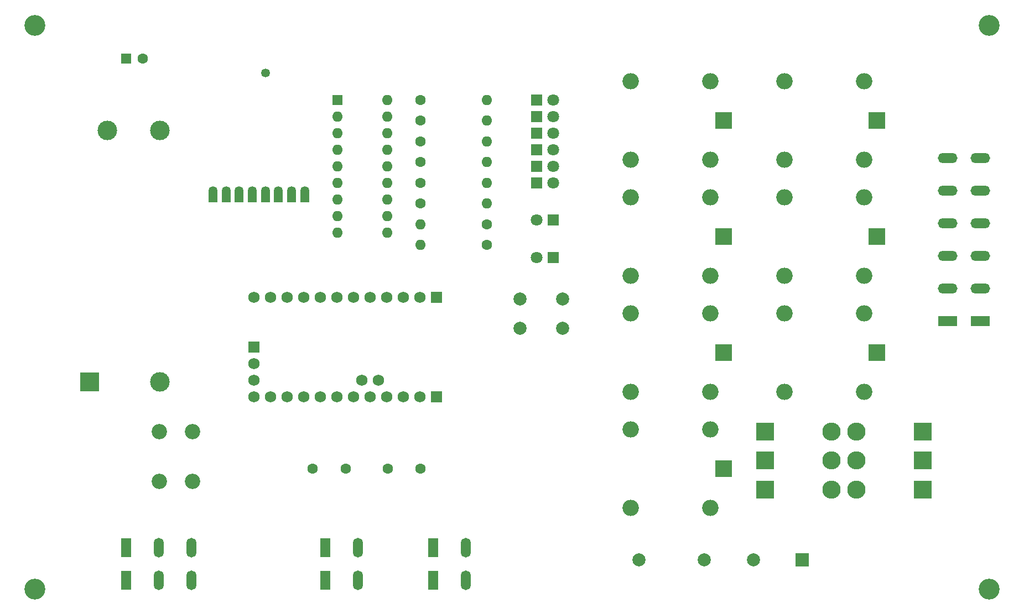
<source format=gbr>
%TF.GenerationSoftware,KiCad,Pcbnew,(5.1.9)-1*%
%TF.CreationDate,2021-04-04T13:29:14+02:00*%
%TF.ProjectId,Rollosteuerung,526f6c6c-6f73-4746-9575-6572756e672e,1.0*%
%TF.SameCoordinates,Original*%
%TF.FileFunction,Soldermask,Top*%
%TF.FilePolarity,Negative*%
%FSLAX46Y46*%
G04 Gerber Fmt 4.6, Leading zero omitted, Abs format (unit mm)*
G04 Created by KiCad (PCBNEW (5.1.9)-1) date 2021-04-04 13:29:14*
%MOMM*%
%LPD*%
G01*
G04 APERTURE LIST*
%ADD10O,2.500000X2.500000*%
%ADD11R,2.500000X2.500000*%
%ADD12C,1.600000*%
%ADD13O,1.600000X1.600000*%
%ADD14C,1.727200*%
%ADD15R,1.727200X1.727200*%
%ADD16R,1.800000X1.800000*%
%ADD17C,1.800000*%
%ADD18R,1.600000X1.600000*%
%ADD19O,2.800000X2.800000*%
%ADD20R,2.800000X2.800000*%
%ADD21C,1.350000*%
%ADD22O,3.000000X1.500000*%
%ADD23R,3.000000X1.500000*%
%ADD24C,2.000000*%
%ADD25C,2.350000*%
%ADD26R,1.350000X1.800000*%
%ADD27O,1.500000X3.000000*%
%ADD28R,1.500000X3.000000*%
%ADD29R,2.000000X2.000000*%
%ADD30R,3.000000X3.000000*%
%ADD31C,3.000000*%
%ADD32C,3.200000*%
G04 APERTURE END LIST*
D10*
%TO.C,RLY5*%
X207550000Y-91725000D03*
X195350000Y-91725000D03*
X195350000Y-79725000D03*
X207550000Y-79725000D03*
D11*
X209550000Y-85725000D03*
%TD*%
D10*
%TO.C,RLY4*%
X231045000Y-73945000D03*
X218845000Y-73945000D03*
X218845000Y-61945000D03*
X231045000Y-61945000D03*
D11*
X233045000Y-67945000D03*
%TD*%
D12*
%TO.C,R6*%
X163195000Y-62865000D03*
D13*
X173355000Y-62865000D03*
%TD*%
D14*
%TO.C,X1*%
X137668000Y-92456000D03*
X137668000Y-89916000D03*
X137668000Y-87376000D03*
D15*
X137668000Y-84836000D03*
D14*
X140208000Y-92456000D03*
X145288000Y-92456000D03*
X142748000Y-92456000D03*
X152908000Y-92456000D03*
X155448000Y-92456000D03*
X150368000Y-92456000D03*
X147828000Y-92456000D03*
X157988000Y-92456000D03*
X160528000Y-92456000D03*
D15*
X165608000Y-92456000D03*
D14*
X163068000Y-92456000D03*
X163068000Y-77216000D03*
D15*
X165608000Y-77216000D03*
D14*
X160528000Y-77216000D03*
X157988000Y-77216000D03*
X147828000Y-77216000D03*
X150368000Y-77216000D03*
X155448000Y-77216000D03*
X152908000Y-77216000D03*
X142748000Y-77216000D03*
X145288000Y-77216000D03*
X140208000Y-77216000D03*
X137668000Y-77216000D03*
X156718000Y-89916000D03*
X154178000Y-89916000D03*
%TD*%
D12*
%TO.C,C3*%
X146685000Y-103505000D03*
X151685000Y-103505000D03*
%TD*%
%TO.C,C1*%
X163195000Y-103505000D03*
X158195000Y-103505000D03*
%TD*%
D16*
%TO.C,D8*%
X183515000Y-71120000D03*
D17*
X180975000Y-71120000D03*
%TD*%
D16*
%TO.C,D7*%
X183515000Y-65405000D03*
D17*
X180975000Y-65405000D03*
%TD*%
D13*
%TO.C,R5*%
X173355000Y-59690000D03*
D12*
X163195000Y-59690000D03*
%TD*%
D13*
%TO.C,R2*%
X173355000Y-50165000D03*
D12*
X163195000Y-50165000D03*
%TD*%
D13*
%TO.C,U2*%
X158115000Y-46990000D03*
X150495000Y-67310000D03*
X158115000Y-49530000D03*
X150495000Y-64770000D03*
X158115000Y-52070000D03*
X150495000Y-62230000D03*
X158115000Y-54610000D03*
X150495000Y-59690000D03*
X158115000Y-57150000D03*
X150495000Y-57150000D03*
X158115000Y-59690000D03*
X150495000Y-54610000D03*
X158115000Y-62230000D03*
X150495000Y-52070000D03*
X158115000Y-64770000D03*
X150495000Y-49530000D03*
X158115000Y-67310000D03*
D18*
X150495000Y-46990000D03*
%TD*%
D10*
%TO.C,RLY7*%
X207550000Y-109505000D03*
X195350000Y-109505000D03*
X195350000Y-97505000D03*
X207550000Y-97505000D03*
D11*
X209550000Y-103505000D03*
%TD*%
D10*
%TO.C,RLY6*%
X231045000Y-91725000D03*
X218845000Y-91725000D03*
X218845000Y-79725000D03*
X231045000Y-79725000D03*
D11*
X233045000Y-85725000D03*
%TD*%
D10*
%TO.C,RLY3*%
X207550000Y-73945000D03*
X195350000Y-73945000D03*
X195350000Y-61945000D03*
X207550000Y-61945000D03*
D11*
X209550000Y-67945000D03*
%TD*%
D10*
%TO.C,RLY2*%
X231045000Y-56165000D03*
X218845000Y-56165000D03*
X218845000Y-44165000D03*
X231045000Y-44165000D03*
D11*
X233045000Y-50165000D03*
%TD*%
D10*
%TO.C,RLY1*%
X207550000Y-56165000D03*
X195350000Y-56165000D03*
X195350000Y-44165000D03*
X207550000Y-44165000D03*
D11*
X209550000Y-50165000D03*
%TD*%
D19*
%TO.C,D15*%
X229870000Y-97790000D03*
D20*
X240030000Y-97790000D03*
%TD*%
D19*
%TO.C,D14*%
X229870000Y-102235000D03*
D20*
X240030000Y-102235000D03*
%TD*%
D19*
%TO.C,D13*%
X229870000Y-106680000D03*
D20*
X240030000Y-106680000D03*
%TD*%
D19*
%TO.C,D12*%
X226060000Y-106680000D03*
D20*
X215900000Y-106680000D03*
%TD*%
D19*
%TO.C,D11*%
X226060000Y-102235000D03*
D20*
X215900000Y-102235000D03*
%TD*%
D19*
%TO.C,D10*%
X226060000Y-97790000D03*
D20*
X215900000Y-97790000D03*
%TD*%
D21*
%TO.C,AE1*%
X139463000Y-42884000D03*
%TD*%
D22*
%TO.C,J4*%
X248840000Y-55899000D03*
X243840000Y-55899000D03*
X248840000Y-60899000D03*
X243840000Y-60899000D03*
X248840000Y-65899000D03*
X243840000Y-65899000D03*
X248840000Y-70899000D03*
X243840000Y-70899000D03*
X248840000Y-75899000D03*
X243840000Y-75899000D03*
D23*
X248840000Y-80899000D03*
X243840000Y-80899000D03*
%TD*%
D24*
%TO.C,SW1*%
X184935000Y-77470000D03*
X184935000Y-81970000D03*
X178435000Y-77470000D03*
X178435000Y-81970000D03*
%TD*%
D25*
%TO.C,F1*%
X123190000Y-97790000D03*
X123190000Y-105410000D03*
X128270000Y-105410000D03*
X128270000Y-97790000D03*
%TD*%
D26*
%TO.C,U1*%
X143421000Y-61873000D03*
X141421000Y-61873000D03*
X139421000Y-61873000D03*
X137421000Y-61873000D03*
X135421000Y-61873000D03*
X133421000Y-61873000D03*
X131421000Y-61873000D03*
D21*
X143421000Y-60873000D03*
X141421000Y-60873000D03*
X139421000Y-60873000D03*
X137421000Y-60873000D03*
X135421000Y-60873000D03*
X133421000Y-60873000D03*
X131421000Y-60873000D03*
D26*
X145421000Y-61873000D03*
D21*
X145421000Y-60873000D03*
%TD*%
D27*
%TO.C,J2*%
X153590000Y-120570000D03*
X153590000Y-115570000D03*
D28*
X148590000Y-120570000D03*
X148590000Y-115570000D03*
%TD*%
D27*
%TO.C,J1*%
X128110000Y-120570000D03*
X128110000Y-115570000D03*
X123110000Y-120570000D03*
X123110000Y-115570000D03*
D28*
X118110000Y-120570000D03*
X118110000Y-115570000D03*
%TD*%
D27*
%TO.C,J3*%
X170100000Y-120570000D03*
X170100000Y-115570000D03*
D28*
X165100000Y-120570000D03*
X165100000Y-115570000D03*
%TD*%
D12*
%TO.C,C2*%
X120610000Y-40640000D03*
D18*
X118110000Y-40640000D03*
%TD*%
D29*
%TO.C,D9*%
X221615000Y-117475000D03*
D24*
X214115000Y-117475000D03*
X206615000Y-117475000D03*
X196615000Y-117475000D03*
%TD*%
D16*
%TO.C,D6*%
X180975000Y-59690000D03*
D17*
X183515000Y-59690000D03*
%TD*%
%TO.C,D5*%
X183515000Y-57150000D03*
D16*
X180975000Y-57150000D03*
%TD*%
D17*
%TO.C,D4*%
X183515000Y-54610000D03*
D16*
X180975000Y-54610000D03*
%TD*%
D17*
%TO.C,D3*%
X183515000Y-52070000D03*
D16*
X180975000Y-52070000D03*
%TD*%
D17*
%TO.C,D2*%
X183515000Y-49530000D03*
D16*
X180975000Y-49530000D03*
%TD*%
D17*
%TO.C,D1*%
X183515000Y-46990000D03*
D16*
X180975000Y-46990000D03*
%TD*%
D30*
%TO.C,PS1*%
X112522000Y-90170000D03*
D31*
X115272000Y-51670000D03*
X123272000Y-90170000D03*
X123272000Y-51670000D03*
%TD*%
D32*
%TO.C,H1*%
X104140000Y-35560000D03*
%TD*%
%TO.C,H2*%
X104140000Y-121920000D03*
%TD*%
%TO.C,H3*%
X250190000Y-35560000D03*
%TD*%
%TO.C,H4*%
X250190000Y-121920000D03*
%TD*%
D12*
%TO.C,R1*%
X163195000Y-46990000D03*
D13*
X173355000Y-46990000D03*
%TD*%
%TO.C,R3*%
X173355000Y-53340000D03*
D12*
X163195000Y-53340000D03*
%TD*%
%TO.C,R4*%
X163195000Y-56515000D03*
D13*
X173355000Y-56515000D03*
%TD*%
D12*
%TO.C,R7*%
X173355000Y-66040000D03*
D13*
X163195000Y-66040000D03*
%TD*%
D12*
%TO.C,R8*%
X173355000Y-69215000D03*
D13*
X163195000Y-69215000D03*
%TD*%
M02*

</source>
